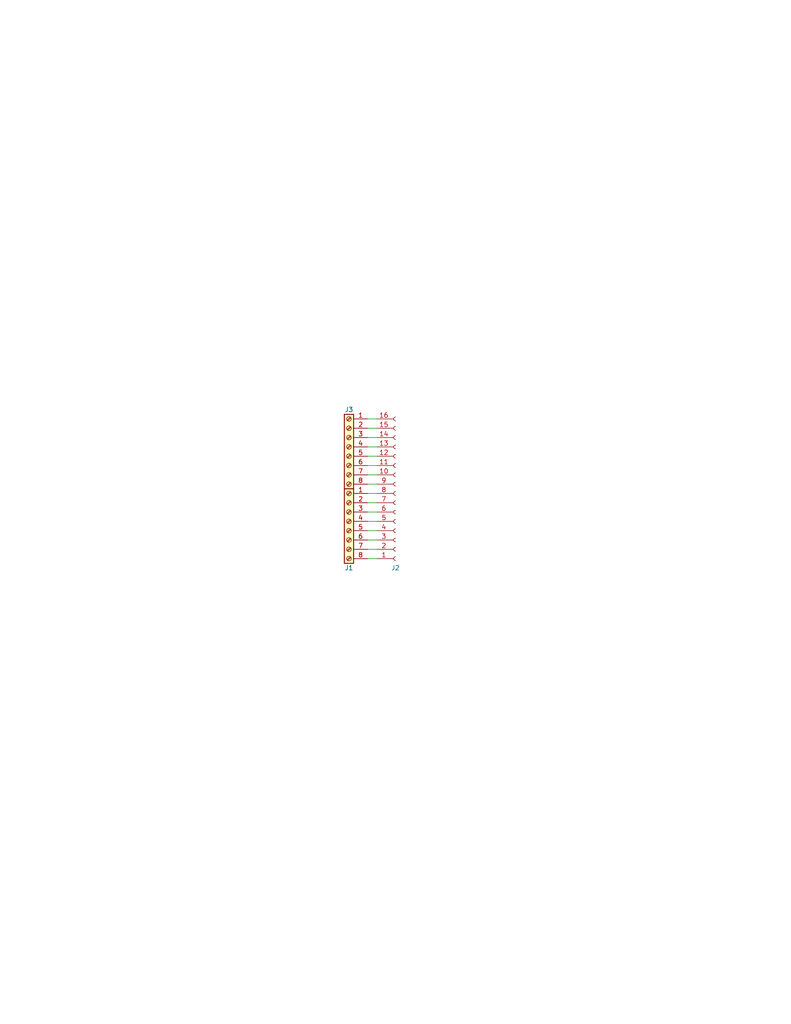
<source format=kicad_sch>
(kicad_sch (version 20230121) (generator eeschema)
  (paper "A" portrait)
  (lib_symbols
    (symbol "Connector:Conn_01x16_Socket" (pin_names (offset 1.016) hide)
      (property "Reference" "J" (at 0 20.32 0))
      (property "Value" "Conn_01x16_Socket" (at 0 -22.86 0))
      (symbol "Conn_01x16_Socket_1_1"
        (arc (start 0 -19.812) (mid -0.5058 -20.32) (end 0 -20.828) (stroke (width 0.1524)))
        (arc (start 0 -17.272) (mid -0.5058 -17.78) (end 0 -18.288) (stroke (width 0.1524)))
        (arc (start 0 -14.732) (mid -0.5058 -15.24) (end 0 -15.748) (stroke (width 0.1524)))
        (arc (start 0 -12.192) (mid -0.5058 -12.7) (end 0 -13.208) (stroke (width 0.1524)))
        (arc (start 0 -9.652) (mid -0.5058 -10.16) (end 0 -10.668) (stroke (width 0.1524)))
        (arc (start 0 -7.112) (mid -0.5058 -7.62) (end 0 -8.128) (stroke (width 0.1524)))
        (arc (start 0 -4.572) (mid -0.5058 -5.08) (end 0 -5.588) (stroke (width 0.1524)))
        (arc (start 0 -2.032) (mid -0.5058 -2.54) (end 0 -3.048) (stroke (width 0.1524)))
        (polyline (pts (xy -1.27 -20.32) (xy -0.508 -20.32)) (stroke (width 0.1524)))
        (polyline (pts (xy -1.27 -17.78) (xy -0.508 -17.78)) (stroke (width 0.1524)))
        (polyline (pts (xy -1.27 -15.24) (xy -0.508 -15.24)) (stroke (width 0.1524)))
        (polyline (pts (xy -1.27 -12.7) (xy -0.508 -12.7)) (stroke (width 0.1524)))
        (polyline (pts (xy -1.27 -10.16) (xy -0.508 -10.16)) (stroke (width 0.1524)))
        (polyline (pts (xy -1.27 -7.62) (xy -0.508 -7.62)) (stroke (width 0.1524)))
        (polyline (pts (xy -1.27 -5.08) (xy -0.508 -5.08)) (stroke (width 0.1524)))
        (polyline (pts (xy -1.27 -2.54) (xy -0.508 -2.54)) (stroke (width 0.1524)))
        (polyline (pts (xy -1.27 0) (xy -0.508 0)) (stroke (width 0.1524)))
        (polyline (pts (xy -1.27 2.54) (xy -0.508 2.54)) (stroke (width 0.1524)))
        (polyline (pts (xy -1.27 5.08) (xy -0.508 5.08)) (stroke (width 0.1524)))
        (polyline (pts (xy -1.27 7.62) (xy -0.508 7.62)) (stroke (width 0.1524)))
        (polyline (pts (xy -1.27 10.16) (xy -0.508 10.16)) (stroke (width 0.1524)))
        (polyline (pts (xy -1.27 12.7) (xy -0.508 12.7)) (stroke (width 0.1524)))
        (polyline (pts (xy -1.27 15.24) (xy -0.508 15.24)) (stroke (width 0.1524)))
        (polyline (pts (xy -1.27 17.78) (xy -0.508 17.78)) (stroke (width 0.1524)))
        (arc (start 0 0.508) (mid -0.5058 0) (end 0 -0.508) (stroke (width 0.1524)))
        (arc (start 0 3.048) (mid -0.5058 2.54) (end 0 2.032) (stroke (width 0.1524)))
        (arc (start 0 5.588) (mid -0.5058 5.08) (end 0 4.572) (stroke (width 0.1524)))
        (arc (start 0 8.128) (mid -0.5058 7.62) (end 0 7.112) (stroke (width 0.1524)))
        (arc (start 0 10.668) (mid -0.5058 10.16) (end 0 9.652) (stroke (width 0.1524)))
        (arc (start 0 13.208) (mid -0.5058 12.7) (end 0 12.192) (stroke (width 0.1524)))
        (arc (start 0 15.748) (mid -0.5058 15.24) (end 0 14.732) (stroke (width 0.1524)))
        (arc (start 0 18.288) (mid -0.5058 17.78) (end 0 17.272) (stroke (width 0.1524)))
        (pin passive line (at -5.08 17.78 0) (length 3.81) (name "Pin_1") (number "1"))
        (pin passive line (at -5.08 -5.08 0) (length 3.81) (name "Pin_10") (number "10"))
        (pin passive line (at -5.08 -7.62 0) (length 3.81) (name "Pin_11") (number "11"))
        (pin passive line (at -5.08 -10.16 0) (length 3.81) (name "Pin_12") (number "12"))
        (pin passive line (at -5.08 -12.7 0) (length 3.81) (name "Pin_13") (number "13"))
        (pin passive line (at -5.08 -15.24 0) (length 3.81) (name "Pin_14") (number "14"))
        (pin passive line (at -5.08 -17.78 0) (length 3.81) (name "Pin_15") (number "15"))
        (pin passive line (at -5.08 -20.32 0) (length 3.81) (name "Pin_16") (number "16"))
        (pin passive line (at -5.08 15.24 0) (length 3.81) (name "Pin_2") (number "2"))
        (pin passive line (at -5.08 12.7 0) (length 3.81) (name "Pin_3") (number "3"))
        (pin passive line (at -5.08 10.16 0) (length 3.81) (name "Pin_4") (number "4"))
        (pin passive line (at -5.08 7.62 0) (length 3.81) (name "Pin_5") (number "5"))
        (pin passive line (at -5.08 5.08 0) (length 3.81) (name "Pin_6") (number "6"))
        (pin passive line (at -5.08 2.54 0) (length 3.81) (name "Pin_7") (number "7"))
        (pin passive line (at -5.08 0 0) (length 3.81) (name "Pin_8") (number "8"))
        (pin passive line (at -5.08 -2.54 0) (length 3.81) (name "Pin_9") (number "9"))
      )
    )
    (symbol "Connector:Screw_Terminal_01x08" (pin_names (offset 1.016) hide)
      (property "Reference" "J" (at 0 10.16 0))
      (property "Value" "Screw_Terminal_01x08" (at 0 -12.7 0))
      (symbol "Screw_Terminal_01x08_1_1"
        (rectangle (start -1.27 8.89) (end 1.27 -11.43) (stroke (width 0.254)) (fill (type background)))
        (circle (center 0 -10.16) (radius 0.635) (stroke (width 0.1524)))
        (circle (center 0 -7.62) (radius 0.635) (stroke (width 0.1524)))
        (circle (center 0 -5.08) (radius 0.635) (stroke (width 0.1524)))
        (circle (center 0 -2.54) (radius 0.635) (stroke (width 0.1524)))
        (polyline (pts (xy -0.5334 -9.8298) (xy 0.3302 -10.668)) (stroke (width 0.1524)))
        (polyline (pts (xy -0.5334 -7.2898) (xy 0.3302 -8.128)) (stroke (width 0.1524)))
        (polyline (pts (xy -0.5334 -4.7498) (xy 0.3302 -5.588)) (stroke (width 0.1524)))
        (polyline (pts (xy -0.5334 -2.2098) (xy 0.3302 -3.048)) (stroke (width 0.1524)))
        (polyline (pts (xy -0.5334 0.3302) (xy 0.3302 -0.508)) (stroke (width 0.1524)))
        (polyline (pts (xy -0.5334 2.8702) (xy 0.3302 2.032)) (stroke (width 0.1524)))
        (polyline (pts (xy -0.5334 5.4102) (xy 0.3302 4.572)) (stroke (width 0.1524)))
        (polyline (pts (xy -0.5334 7.9502) (xy 0.3302 7.112)) (stroke (width 0.1524)))
        (polyline (pts (xy -0.3556 -9.652) (xy 0.508 -10.4902)) (stroke (width 0.1524)))
        (polyline (pts (xy -0.3556 -7.112) (xy 0.508 -7.9502)) (stroke (width 0.1524)))
        (polyline (pts (xy -0.3556 -4.572) (xy 0.508 -5.4102)) (stroke (width 0.1524)))
        (polyline (pts (xy -0.3556 -2.032) (xy 0.508 -2.8702)) (stroke (width 0.1524)))
        (polyline (pts (xy -0.3556 0.508) (xy 0.508 -0.3302)) (stroke (width 0.1524)))
        (polyline (pts (xy -0.3556 3.048) (xy 0.508 2.2098)) (stroke (width 0.1524)))
        (polyline (pts (xy -0.3556 5.588) (xy 0.508 4.7498)) (stroke (width 0.1524)))
        (polyline (pts (xy -0.3556 8.128) (xy 0.508 7.2898)) (stroke (width 0.1524)))
        (circle (center 0 0) (radius 0.635) (stroke (width 0.1524)))
        (circle (center 0 2.54) (radius 0.635) (stroke (width 0.1524)))
        (circle (center 0 5.08) (radius 0.635) (stroke (width 0.1524)))
        (circle (center 0 7.62) (radius 0.635) (stroke (width 0.1524)))
        (pin passive line (at -5.08 7.62 0) (length 3.81) (name "Pin_1") (number "1"))
        (pin passive line (at -5.08 5.08 0) (length 3.81) (name "Pin_2") (number "2"))
        (pin passive line (at -5.08 2.54 0) (length 3.81) (name "Pin_3") (number "3"))
        (pin passive line (at -5.08 0 0) (length 3.81) (name "Pin_4") (number "4"))
        (pin passive line (at -5.08 -2.54 0) (length 3.81) (name "Pin_5") (number "5"))
        (pin passive line (at -5.08 -5.08 0) (length 3.81) (name "Pin_6") (number "6"))
        (pin passive line (at -5.08 -7.62 0) (length 3.81) (name "Pin_7") (number "7"))
        (pin passive line (at -5.08 -10.16 0) (length 3.81) (name "Pin_8") (number "8"))
      )
    )
  )
  (wire (pts (xy 100.33 134.62) (xy 102.87 134.62)))
  (wire (pts (xy 100.33 152.4) (xy 102.87 152.4)))
  (wire (pts (xy 100.33 121.92) (xy 102.87 121.92)))
  (wire (pts (xy 100.33 114.3) (xy 102.87 114.3)))
  (wire (pts (xy 100.33 119.38) (xy 102.87 119.38)))
  (wire (pts (xy 100.33 147.32) (xy 102.87 147.32)))
  (wire (pts (xy 100.33 137.16) (xy 102.87 137.16)))
  (wire (pts (xy 100.33 149.86) (xy 102.87 149.86)))
  (wire (pts (xy 100.33 127) (xy 102.87 127)))
  (wire (pts (xy 100.33 132.08) (xy 102.87 132.08)))
  (wire (pts (xy 100.33 139.7) (xy 102.87 139.7)))
  (wire (pts (xy 100.33 144.78) (xy 102.87 144.78)))
  (wire (pts (xy 100.33 142.24) (xy 102.87 142.24)))
  (wire (pts (xy 100.33 124.46) (xy 102.87 124.46)))
  (wire (pts (xy 100.33 129.54) (xy 102.87 129.54)))
  (wire (pts (xy 100.33 116.84) (xy 102.87 116.84)))
  (symbol (lib_id "Connector:Screw_Terminal_01x08") (at 95.25 142.24 0) (mirror y) (unit 1)
    (property "Reference" "J1" (at 95.25 154.94 0))
    (property "Value" "Screw_Terminal_01x08" (effects hide))
    (property "Footprint" "TerminalBlock_Phoenix:TerminalBlock_Phoenix_MPT-0,5-8-2.54_1x08_P2.54mm_Horizontal" (effects hide))
    (property "LCSC#" "C5188448" (effects hide))
  )
  (symbol (lib_id "Connector:Screw_Terminal_01x08") (at 95.25 121.92 0) (mirror y) (unit 1)
    (property "Reference" "J3" (at 95.25 111.76 0))
    (property "Value" "Screw_Terminal_01x08" (effects hide))
    (property "Footprint" "TerminalBlock_Phoenix:TerminalBlock_Phoenix_MPT-0,5-8-2.54_1x08_P2.54mm_Horizontal" (effects hide))
    (property "LCSC#" "C5188448" (effects hide))
  )
  (symbol (lib_id "Connector:Conn_01x16_Socket") (at 107.95 134.62 0) (mirror x) (unit 1)
    (property "Reference" "J2" (at 107.95 154.94 0))
    (property "Value" "Conn_01x16_Socket" (effects hide))
    (property "Footprint" "Connector_PinSocket_2.54mm:PinSocket_1x16_P2.54mm_Horizontal" (effects hide))
    (property "LCSC#" "C2897398" (effects hide))
  )
)
</source>
